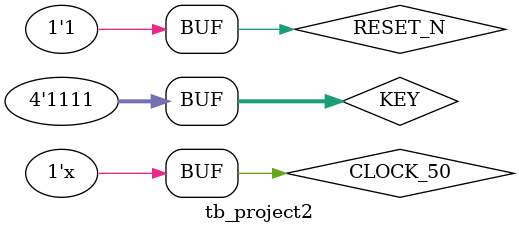
<source format=v>
`timescale 1ns/1ns

module tb_project2();

reg CLOCK_50;
reg RESET_N;
reg [3:0] KEY;

wire [6:0] HEX0;
wire [6:0] HEX1;
wire [9:0] LEDR;


project2_frame myprj(
	.CLOCK_50(CLOCK_50),
	.RESET_N(RESET_N),
	.KEY(KEY),
	.HEX0(HEX0),
	.HEX1(HEX1),
	.LEDR(LEDR)
);

integer i; 

initial begin	
	CLOCK_50 = 0;
	RESET_N = 0;
	KEY = 4'b1111;
	//SW = 10'h0;
	#2 RESET_N = 1;
	i = 0;
	#10000 KEY = 0; 
	#300 KEY = 4'b1111; 
end

always #10  CLOCK_50 = ~CLOCK_50;

   always @(posedge CLOCK_50)
   begin 
        i = i+1;
        if (!(i% 100)) begin  
            $display ("i:%d sim_clk=%b KEY=%b rest:%b hex0:%h hex1:%h ledr:%b",i, CLOCK_50, KEY, RESET_N, HEX0, HEX1, LEDR);
            // please use this results for only test 
            if (HEX0 == 'h01) begin 
             $display ("congratulations! you passed test cases if you are testing test[1-5]");
             end   
         end 
    end
endmodule

</source>
